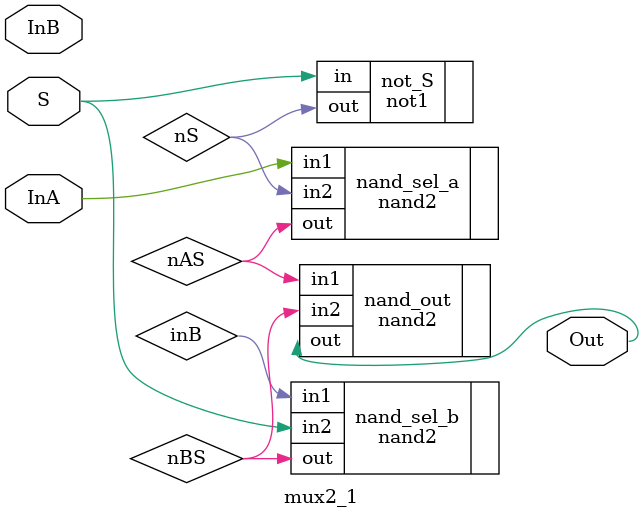
<source format=v>
/*
    CS/ECE 552 Spring '19
    Homework #3, Problem 1

    2-1 mux template
*/
module mux2_1(InA, InB, S, Out);
    input   InA, InB;
    input   S;
    output  Out;

	wire nAS, nBS, nS;

    // YOUR CODE HERE
	not1 not_S(.in(S), .out(nS));
	nand2 nand_sel_a(.in1(InA), .in2(nS), .out(nAS));
	nand2 nand_sel_b(.in1(inB), .in2(S), .out(nBS));
	nand2 nand_out(.in1(nAS), .in2(nBS), .out(Out));

endmodule

</source>
